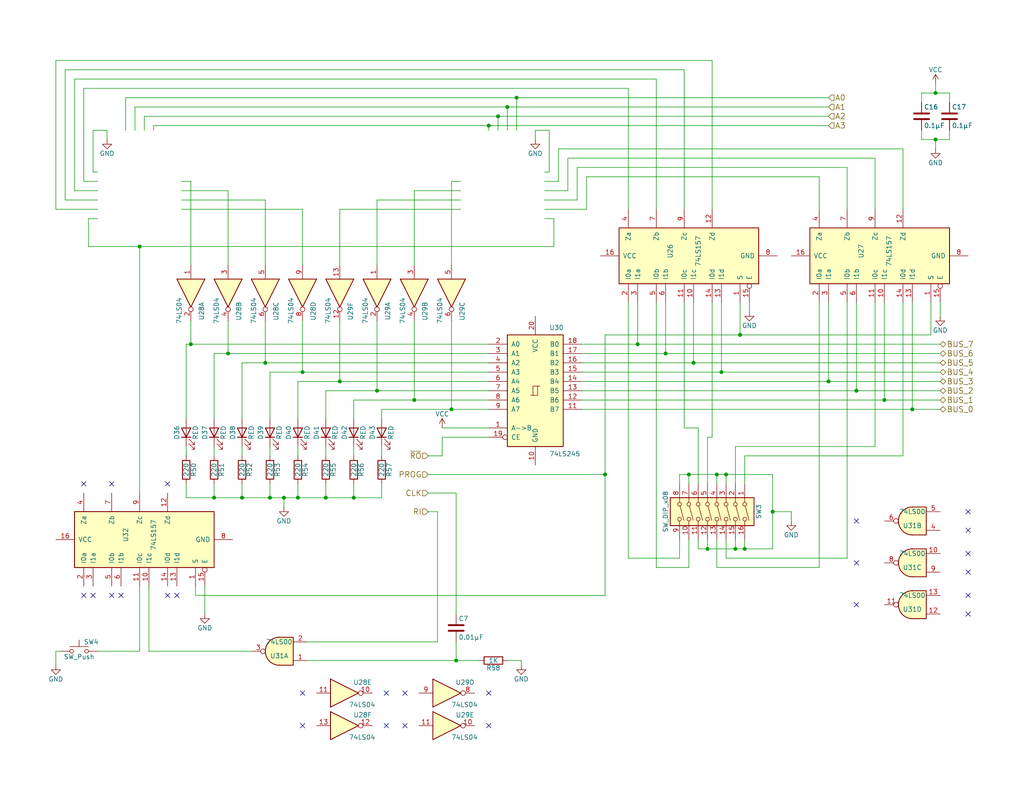
<source format=kicad_sch>
(kicad_sch (version 20211123) (generator eeschema)
  (paper "USLetter")
  (lib_symbols
    (symbol "74xx:74LS00" (pin_names (offset 1.016))
      (property "Reference" "U" (at 0 1.27 0))
      (property "Value" "74LS00" (at 0 -1.27 0))
      (symbol "74LS00_1_1"
        (arc (start 0 -3.81) (mid 3.81 0) (end 0 3.81) (stroke (width 0.254)) (fill (type background)))
        (polyline (pts (xy 0 3.81) (xy -3.81 3.81) (xy -3.81 -3.81) (xy 0 -3.81)) (stroke (width 0.254)) (fill (type background)))
        (pin input line (at -7.62 2.54 0) (length 3.81) (name "~") (number "1"))
        (pin input line (at -7.62 -2.54 0) (length 3.81) (name "~") (number "2"))
        (pin output inverted (at 7.62 0 180) (length 3.81) (name "~") (number "3"))
      )
      (symbol "74LS00_1_2"
        (arc (start -3.81 -3.81) (mid -2.589 0) (end -3.81 3.81) (stroke (width 0.254)))
        (arc (start -0.6096 -3.81) (mid 2.1842 -2.5851) (end 3.81 0) (stroke (width 0.254)) (fill (type background)))
        (polyline (pts (xy -3.81 -3.81) (xy -0.635 -3.81)) (stroke (width 0.254)) (fill (type background)))
        (polyline (pts (xy -3.81 3.81) (xy -0.635 3.81)) (stroke (width 0.254)) (fill (type background)))
        (polyline (pts (xy -0.635 3.81) (xy -3.81 3.81) (xy -3.81 3.81) (xy -3.556 3.4036) (xy -3.0226 2.2606) (xy -2.6924 1.0414) (xy -2.6162 -0.254) (xy -2.7686 -1.4986) (xy -3.175 -2.7178) (xy -3.81 -3.81) (xy -3.81 -3.81) (xy -0.635 -3.81)) (stroke (width -25.4)) (fill (type background)))
        (arc (start 3.81 0) (mid 2.1915 2.5936) (end -0.6096 3.81) (stroke (width 0.254)) (fill (type background)))
        (pin input inverted (at -7.62 2.54 0) (length 4.318) (name "~") (number "1"))
        (pin input inverted (at -7.62 -2.54 0) (length 4.318) (name "~") (number "2"))
        (pin output line (at 7.62 0 180) (length 3.81) (name "~") (number "3"))
      )
      (symbol "74LS00_2_1"
        (arc (start 0 -3.81) (mid 3.81 0) (end 0 3.81) (stroke (width 0.254)) (fill (type background)))
        (polyline (pts (xy 0 3.81) (xy -3.81 3.81) (xy -3.81 -3.81) (xy 0 -3.81)) (stroke (width 0.254)) (fill (type background)))
        (pin input line (at -7.62 2.54 0) (length 3.81) (name "~") (number "4"))
        (pin input line (at -7.62 -2.54 0) (length 3.81) (name "~") (number "5"))
        (pin output inverted (at 7.62 0 180) (length 3.81) (name "~") (number "6"))
      )
      (symbol "74LS00_2_2"
        (arc (start -3.81 -3.81) (mid -2.589 0) (end -3.81 3.81) (stroke (width 0.254)))
        (arc (start -0.6096 -3.81) (mid 2.1842 -2.5851) (end 3.81 0) (stroke (width 0.254)) (fill (type background)))
        (polyline (pts (xy -3.81 -3.81) (xy -0.635 -3.81)) (stroke (width 0.254)) (fill (type background)))
        (polyline (pts (xy -3.81 3.81) (xy -0.635 3.81)) (stroke (width 0.254)) (fill (type background)))
        (polyline (pts (xy -0.635 3.81) (xy -3.81 3.81) (xy -3.81 3.81) (xy -3.556 3.4036) (xy -3.0226 2.2606) (xy -2.6924 1.0414) (xy -2.6162 -0.254) (xy -2.7686 -1.4986) (xy -3.175 -2.7178) (xy -3.81 -3.81) (xy -3.81 -3.81) (xy -0.635 -3.81)) (stroke (width -25.4)) (fill (type background)))
        (arc (start 3.81 0) (mid 2.1915 2.5936) (end -0.6096 3.81) (stroke (width 0.254)) (fill (type background)))
        (pin input inverted (at -7.62 2.54 0) (length 4.318) (name "~") (number "4"))
        (pin input inverted (at -7.62 -2.54 0) (length 4.318) (name "~") (number "5"))
        (pin output line (at 7.62 0 180) (length 3.81) (name "~") (number "6"))
      )
      (symbol "74LS00_3_1"
        (arc (start 0 -3.81) (mid 3.81 0) (end 0 3.81) (stroke (width 0.254)) (fill (type background)))
        (polyline (pts (xy 0 3.81) (xy -3.81 3.81) (xy -3.81 -3.81) (xy 0 -3.81)) (stroke (width 0.254)) (fill (type background)))
        (pin input line (at -7.62 -2.54 0) (length 3.81) (name "~") (number "10"))
        (pin output inverted (at 7.62 0 180) (length 3.81) (name "~") (number "8"))
        (pin input line (at -7.62 2.54 0) (length 3.81) (name "~") (number "9"))
      )
      (symbol "74LS00_3_2"
        (arc (start -3.81 -3.81) (mid -2.589 0) (end -3.81 3.81) (stroke (width 0.254)))
        (arc (start -0.6096 -3.81) (mid 2.1842 -2.5851) (end 3.81 0) (stroke (width 0.254)) (fill (type background)))
        (polyline (pts (xy -3.81 -3.81) (xy -0.635 -3.81)) (stroke (width 0.254)) (fill (type background)))
        (polyline (pts (xy -3.81 3.81) (xy -0.635 3.81)) (stroke (width 0.254)) (fill (type background)))
        (polyline (pts (xy -0.635 3.81) (xy -3.81 3.81) (xy -3.81 3.81) (xy -3.556 3.4036) (xy -3.0226 2.2606) (xy -2.6924 1.0414) (xy -2.6162 -0.254) (xy -2.7686 -1.4986) (xy -3.175 -2.7178) (xy -3.81 -3.81) (xy -3.81 -3.81) (xy -0.635 -3.81)) (stroke (width -25.4)) (fill (type background)))
        (arc (start 3.81 0) (mid 2.1915 2.5936) (end -0.6096 3.81) (stroke (width 0.254)) (fill (type background)))
        (pin input inverted (at -7.62 -2.54 0) (length 4.318) (name "~") (number "10"))
        (pin output line (at 7.62 0 180) (length 3.81) (name "~") (number "8"))
        (pin input inverted (at -7.62 2.54 0) (length 4.318) (name "~") (number "9"))
      )
      (symbol "74LS00_4_1"
        (arc (start 0 -3.81) (mid 3.81 0) (end 0 3.81) (stroke (width 0.254)) (fill (type background)))
        (polyline (pts (xy 0 3.81) (xy -3.81 3.81) (xy -3.81 -3.81) (xy 0 -3.81)) (stroke (width 0.254)) (fill (type background)))
        (pin output inverted (at 7.62 0 180) (length 3.81) (name "~") (number "11"))
        (pin input line (at -7.62 2.54 0) (length 3.81) (name "~") (number "12"))
        (pin input line (at -7.62 -2.54 0) (length 3.81) (name "~") (number "13"))
      )
      (symbol "74LS00_4_2"
        (arc (start -3.81 -3.81) (mid -2.589 0) (end -3.81 3.81) (stroke (width 0.254)))
        (arc (start -0.6096 -3.81) (mid 2.1842 -2.5851) (end 3.81 0) (stroke (width 0.254)) (fill (type background)))
        (polyline (pts (xy -3.81 -3.81) (xy -0.635 -3.81)) (stroke (width 0.254)) (fill (type background)))
        (polyline (pts (xy -3.81 3.81) (xy -0.635 3.81)) (stroke (width 0.254)) (fill (type background)))
        (polyline (pts (xy -0.635 3.81) (xy -3.81 3.81) (xy -3.81 3.81) (xy -3.556 3.4036) (xy -3.0226 2.2606) (xy -2.6924 1.0414) (xy -2.6162 -0.254) (xy -2.7686 -1.4986) (xy -3.175 -2.7178) (xy -3.81 -3.81) (xy -3.81 -3.81) (xy -0.635 -3.81)) (stroke (width -25.4)) (fill (type background)))
        (arc (start 3.81 0) (mid 2.1915 2.5936) (end -0.6096 3.81) (stroke (width 0.254)) (fill (type background)))
        (pin output line (at 7.62 0 180) (length 3.81) (name "~") (number "11"))
        (pin input inverted (at -7.62 2.54 0) (length 4.318) (name "~") (number "12"))
        (pin input inverted (at -7.62 -2.54 0) (length 4.318) (name "~") (number "13"))
      )
      (symbol "74LS00_5_0"
        (pin power_in line (at 0 12.7 270) (length 5.08) (name "VCC") (number "14"))
        (pin power_in line (at 0 -12.7 90) (length 5.08) (name "GND") (number "7"))
      )
      (symbol "74LS00_5_1"
        (rectangle (start -5.08 7.62) (end 5.08 -7.62) (stroke (width 0.254)) (fill (type background)))
      )
    )
    (symbol "74xx:74LS04"
      (property "Reference" "U" (at 0 1.27 0))
      (property "Value" "74LS04" (at 0 -1.27 0))
      (symbol "74LS04_1_0"
        (polyline (pts (xy -3.81 3.81) (xy -3.81 -3.81) (xy 3.81 0) (xy -3.81 3.81)) (stroke (width 0.254)) (fill (type background)))
        (pin input line (at -7.62 0 0) (length 3.81) (name "~") (number "1"))
        (pin output inverted (at 7.62 0 180) (length 3.81) (name "~") (number "2"))
      )
      (symbol "74LS04_2_0"
        (polyline (pts (xy -3.81 3.81) (xy -3.81 -3.81) (xy 3.81 0) (xy -3.81 3.81)) (stroke (width 0.254)) (fill (type background)))
        (pin input line (at -7.62 0 0) (length 3.81) (name "~") (number "3"))
        (pin output inverted (at 7.62 0 180) (length 3.81) (name "~") (number "4"))
      )
      (symbol "74LS04_3_0"
        (polyline (pts (xy -3.81 3.81) (xy -3.81 -3.81) (xy 3.81 0) (xy -3.81 3.81)) (stroke (width 0.254)) (fill (type background)))
        (pin input line (at -7.62 0 0) (length 3.81) (name "~") (number "5"))
        (pin output inverted (at 7.62 0 180) (length 3.81) (name "~") (number "6"))
      )
      (symbol "74LS04_4_0"
        (polyline (pts (xy -3.81 3.81) (xy -3.81 -3.81) (xy 3.81 0) (xy -3.81 3.81)) (stroke (width 0.254)) (fill (type background)))
        (pin output inverted (at 7.62 0 180) (length 3.81) (name "~") (number "8"))
        (pin input line (at -7.62 0 0) (length 3.81) (name "~") (number "9"))
      )
      (symbol "74LS04_5_0"
        (polyline (pts (xy -3.81 3.81) (xy -3.81 -3.81) (xy 3.81 0) (xy -3.81 3.81)) (stroke (width 0.254)) (fill (type background)))
        (pin output inverted (at 7.62 0 180) (length 3.81) (name "~") (number "10"))
        (pin input line (at -7.62 0 0) (length 3.81) (name "~") (number "11"))
      )
      (symbol "74LS04_6_0"
        (polyline (pts (xy -3.81 3.81) (xy -3.81 -3.81) (xy 3.81 0) (xy -3.81 3.81)) (stroke (width 0.254)) (fill (type background)))
        (pin output inverted (at 7.62 0 180) (length 3.81) (name "~") (number "12"))
        (pin input line (at -7.62 0 0) (length 3.81) (name "~") (number "13"))
      )
      (symbol "74LS04_7_0"
        (pin power_in line (at 0 12.7 270) (length 5.08) (name "VCC") (number "14"))
        (pin power_in line (at 0 -12.7 90) (length 5.08) (name "GND") (number "7"))
      )
      (symbol "74LS04_7_1"
        (rectangle (start -5.08 7.62) (end 5.08 -7.62) (stroke (width 0.254)) (fill (type background)))
      )
    )
    (symbol "74xx:74LS157" (pin_names (offset 1.016))
      (property "Reference" "U" (at -7.62 19.05 0))
      (property "Value" "74LS157" (at -7.62 -21.59 0))
      (symbol "74LS157_1_0"
        (pin input line (at -12.7 -15.24 0) (length 5.08) (name "S") (number "1"))
        (pin input line (at -12.7 -2.54 0) (length 5.08) (name "I1c") (number "10"))
        (pin input line (at -12.7 0 0) (length 5.08) (name "I0c") (number "11"))
        (pin output line (at 12.7 -7.62 180) (length 5.08) (name "Zd") (number "12"))
        (pin input line (at -12.7 -10.16 0) (length 5.08) (name "I1d") (number "13"))
        (pin input line (at -12.7 -7.62 0) (length 5.08) (name "I0d") (number "14"))
        (pin input inverted (at -12.7 -17.78 0) (length 5.08) (name "E") (number "15"))
        (pin power_in line (at 0 22.86 270) (length 5.08) (name "VCC") (number "16"))
        (pin input line (at -12.7 15.24 0) (length 5.08) (name "I0a") (number "2"))
        (pin input line (at -12.7 12.7 0) (length 5.08) (name "I1a") (number "3"))
        (pin output line (at 12.7 15.24 180) (length 5.08) (name "Za") (number "4"))
        (pin input line (at -12.7 7.62 0) (length 5.08) (name "I0b") (number "5"))
        (pin input line (at -12.7 5.08 0) (length 5.08) (name "I1b") (number "6"))
        (pin output line (at 12.7 7.62 180) (length 5.08) (name "Zb") (number "7"))
        (pin power_in line (at 0 -25.4 90) (length 5.08) (name "GND") (number "8"))
        (pin output line (at 12.7 0 180) (length 5.08) (name "Zc") (number "9"))
      )
      (symbol "74LS157_1_1"
        (rectangle (start -7.62 17.78) (end 7.62 -20.32) (stroke (width 0.254)) (fill (type background)))
      )
    )
    (symbol "74xx:74LS245" (pin_names (offset 1.016))
      (property "Reference" "U" (at -7.62 16.51 0))
      (property "Value" "74LS245" (at -7.62 -16.51 0))
      (symbol "74LS245_1_0"
        (polyline (pts (xy -0.635 -1.27) (xy -0.635 1.27) (xy 0.635 1.27)))
        (polyline (pts (xy -1.27 -1.27) (xy 0.635 -1.27) (xy 0.635 1.27) (xy 1.27 1.27)))
        (pin input line (at -12.7 -10.16 0) (length 5.08) (name "A->B") (number "1"))
        (pin power_in line (at 0 -20.32 90) (length 5.08) (name "GND") (number "10"))
        (pin tri_state line (at 12.7 -5.08 180) (length 5.08) (name "B7") (number "11"))
        (pin tri_state line (at 12.7 -2.54 180) (length 5.08) (name "B6") (number "12"))
        (pin tri_state line (at 12.7 0 180) (length 5.08) (name "B5") (number "13"))
        (pin tri_state line (at 12.7 2.54 180) (length 5.08) (name "B4") (number "14"))
        (pin tri_state line (at 12.7 5.08 180) (length 5.08) (name "B3") (number "15"))
        (pin tri_state line (at 12.7 7.62 180) (length 5.08) (name "B2") (number "16"))
        (pin tri_state line (at 12.7 10.16 180) (length 5.08) (name "B1") (number "17"))
        (pin tri_state line (at 12.7 12.7 180) (length 5.08) (name "B0") (number "18"))
        (pin input inverted (at -12.7 -12.7 0) (length 5.08) (name "CE") (number "19"))
        (pin tri_state line (at -12.7 12.7 0) (length 5.08) (name "A0") (number "2"))
        (pin power_in line (at 0 20.32 270) (length 5.08) (name "VCC") (number "20"))
        (pin tri_state line (at -12.7 10.16 0) (length 5.08) (name "A1") (number "3"))
        (pin tri_state line (at -12.7 7.62 0) (length 5.08) (name "A2") (number "4"))
        (pin tri_state line (at -12.7 5.08 0) (length 5.08) (name "A3") (number "5"))
        (pin tri_state line (at -12.7 2.54 0) (length 5.08) (name "A4") (number "6"))
        (pin tri_state line (at -12.7 0 0) (length 5.08) (name "A5") (number "7"))
        (pin tri_state line (at -12.7 -2.54 0) (length 5.08) (name "A6") (number "8"))
        (pin tri_state line (at -12.7 -5.08 0) (length 5.08) (name "A7") (number "9"))
      )
      (symbol "74LS245_1_1"
        (rectangle (start -7.62 15.24) (end 7.62 -15.24) (stroke (width 0.254)) (fill (type background)))
      )
    )
    (symbol "Device:C" (pin_numbers hide) (pin_names (offset 0.254))
      (property "Reference" "C" (at 0.635 2.54 0))
      (property "Value" "C" (at 0.635 -2.54 0))
      (symbol "C_0_1"
        (polyline (pts (xy -2.032 -0.762) (xy 2.032 -0.762)) (stroke (width 0.508)))
        (polyline (pts (xy -2.032 0.762) (xy 2.032 0.762)) (stroke (width 0.508)))
      )
      (symbol "C_1_1"
        (pin passive line (at 0 3.81 270) (length 2.794) (name "~") (number "1"))
        (pin passive line (at 0 -3.81 90) (length 2.794) (name "~") (number "2"))
      )
    )
    (symbol "Device:LED" (pin_numbers hide) (pin_names (offset 1.016) hide)
      (property "Reference" "D" (at 0 2.54 0))
      (property "Value" "LED" (at 0 -2.54 0))
      (symbol "LED_0_1"
        (polyline (pts (xy -1.27 -1.27) (xy -1.27 1.27)) (stroke (width 0.254)))
        (polyline (pts (xy -1.27 0) (xy 1.27 0)))
        (polyline (pts (xy 1.27 -1.27) (xy 1.27 1.27) (xy -1.27 0) (xy 1.27 -1.27)) (stroke (width 0.254)))
        (polyline (pts (xy -3.048 -0.762) (xy -4.572 -2.286) (xy -3.81 -2.286) (xy -4.572 -2.286) (xy -4.572 -1.524)))
        (polyline (pts (xy -1.778 -0.762) (xy -3.302 -2.286) (xy -2.54 -2.286) (xy -3.302 -2.286) (xy -3.302 -1.524)))
      )
      (symbol "LED_1_1"
        (pin passive line (at -3.81 0 0) (length 2.54) (name "K") (number "1"))
        (pin passive line (at 3.81 0 180) (length 2.54) (name "A") (number "2"))
      )
    )
    (symbol "Device:R" (pin_numbers hide) (pin_names (offset 0))
      (property "Reference" "R" (at 2.032 0 90))
      (property "Value" "R" (at 0 0 90))
      (symbol "R_0_1"
        (rectangle (start -1.016 -2.54) (end 1.016 2.54) (stroke (width 0.254)))
      )
      (symbol "R_1_1"
        (pin passive line (at 0 3.81 270) (length 1.27) (name "~") (number "1"))
        (pin passive line (at 0 -3.81 90) (length 1.27) (name "~") (number "2"))
      )
    )
    (symbol "Switch:SW_DIP_x08" (pin_names (offset 0) hide)
      (property "Reference" "SW" (at 0 13.97 0))
      (property "Value" "SW_DIP_x08" (at 0 -11.43 0))
      (symbol "SW_DIP_x08_0_0"
        (circle (center -2.032 -7.62) (radius 0.508))
        (circle (center -2.032 -5.08) (radius 0.508))
        (circle (center -2.032 -2.54) (radius 0.508))
        (circle (center -2.032 0) (radius 0.508))
        (circle (center -2.032 2.54) (radius 0.508))
        (circle (center -2.032 5.08) (radius 0.508))
        (circle (center -2.032 7.62) (radius 0.508))
        (circle (center -2.032 10.16) (radius 0.508))
        (polyline (pts (xy -1.524 -7.4676) (xy 2.3622 -6.4262)))
        (polyline (pts (xy -1.524 -4.9276) (xy 2.3622 -3.8862)))
        (polyline (pts (xy -1.524 -2.3876) (xy 2.3622 -1.3462)))
        (polyline (pts (xy -1.524 0.127) (xy 2.3622 1.1684)))
        (polyline (pts (xy -1.524 2.667) (xy 2.3622 3.7084)))
        (polyline (pts (xy -1.524 5.207) (xy 2.3622 6.2484)))
        (polyline (pts (xy -1.524 7.747) (xy 2.3622 8.7884)))
        (polyline (pts (xy -1.524 10.287) (xy 2.3622 11.3284)))
        (circle (center 2.032 -7.62) (radius 0.508))
        (circle (center 2.032 -5.08) (radius 0.508))
        (circle (center 2.032 -2.54) (radius 0.508))
        (circle (center 2.032 0) (radius 0.508))
        (circle (center 2.032 2.54) (radius 0.508))
        (circle (center 2.032 5.08) (radius 0.508))
        (circle (center 2.032 7.62) (radius 0.508))
        (circle (center 2.032 10.16) (radius 0.508))
      )
      (symbol "SW_DIP_x08_0_1"
        (rectangle (start -3.81 12.7) (end 3.81 -10.16) (stroke (width 0.254)) (fill (type background)))
      )
      (symbol "SW_DIP_x08_1_1"
        (pin passive line (at -7.62 10.16 0) (length 5.08) (name "~") (number "1"))
        (pin passive line (at 7.62 -5.08 180) (length 5.08) (name "~") (number "10"))
        (pin passive line (at 7.62 -2.54 180) (length 5.08) (name "~") (number "11"))
        (pin passive line (at 7.62 0 180) (length 5.08) (name "~") (number "12"))
        (pin passive line (at 7.62 2.54 180) (length 5.08) (name "~") (number "13"))
        (pin passive line (at 7.62 5.08 180) (length 5.08) (name "~") (number "14"))
        (pin passive line (at 7.62 7.62 180) (length 5.08) (name "~") (number "15"))
        (pin passive line (at 7.62 10.16 180) (length 5.08) (name "~") (number "16"))
        (pin passive line (at -7.62 7.62 0) (length 5.08) (name "~") (number "2"))
        (pin passive line (at -7.62 5.08 0) (length 5.08) (name "~") (number "3"))
        (pin passive line (at -7.62 2.54 0) (length 5.08) (name "~") (number "4"))
        (pin passive line (at -7.62 0 0) (length 5.08) (name "~") (number "5"))
        (pin passive line (at -7.62 -2.54 0) (length 5.08) (name "~") (number "6"))
        (pin passive line (at -7.62 -5.08 0) (length 5.08) (name "~") (number "7"))
        (pin passive line (at -7.62 -7.62 0) (length 5.08) (name "~") (number "8"))
        (pin passive line (at 7.62 -7.62 180) (length 5.08) (name "~") (number "9"))
      )
    )
    (symbol "Switch:SW_Push" (pin_numbers hide) (pin_names (offset 1.016) hide)
      (property "Reference" "SW" (at 1.27 2.54 0))
      (property "Value" "SW_Push" (at 0 -1.524 0))
      (symbol "SW_Push_0_1"
        (circle (center -2.032 0) (radius 0.508))
        (polyline (pts (xy 0 1.27) (xy 0 3.048)))
        (polyline (pts (xy 2.54 1.27) (xy -2.54 1.27)))
        (circle (center 2.032 0) (radius 0.508))
        (pin passive line (at -5.08 0 0) (length 2.54) (name "1") (number "1"))
        (pin passive line (at 5.08 0 180) (length 2.54) (name "2") (number "2"))
      )
    )
    (symbol "power:GND" (power) (pin_names (offset 0))
      (property "Value" "GND" (at 0 -3.81 0))
      (symbol "GND_0_1"
        (polyline (pts (xy 0 0) (xy 0 -1.27) (xy 1.27 -1.27) (xy 0 -2.54) (xy -1.27 -1.27) (xy 0 -1.27)))
      )
      (symbol "GND_1_1"
        (pin power_in line (at 0 0 270) (length 0) hide (name "GND") (number "1"))
      )
    )
    (symbol "power:VCC" (power) (pin_names (offset 0))
      (property "Value" "VCC" (at 0 3.81 0))
      (symbol "VCC_0_1"
        (polyline (pts (xy -0.762 1.27) (xy 0 2.54)))
        (polyline (pts (xy 0 0) (xy 0 2.54)))
        (polyline (pts (xy 0 2.54) (xy 0.762 1.27)))
      )
      (symbol "VCC_1_1"
        (pin power_in line (at 0 0 90) (length 0) hide (name "VCC") (number "1"))
      )
    )
  )
  (junction (at 200.66 149.86))
  (junction (at 72.39 99.06))
  (junction (at 203.2 149.86))
  (junction (at 140.97 26.67))
  (junction (at 210.82 139.7))
  (junction (at 181.61 96.52))
  (junction (at 123.19 111.76))
  (junction (at 198.12 129.54))
  (junction (at 88.9 135.89))
  (junction (at 38.1 67.31))
  (junction (at 66.04 135.89))
  (junction (at 248.92 111.76))
  (junction (at 241.3 109.22))
  (junction (at 58.42 135.89))
  (junction (at 226.06 104.14))
  (junction (at 255.27 25.4))
  (junction (at 173.99 93.98))
  (junction (at 77.47 135.89))
  (junction (at 113.03 109.22))
  (junction (at 201.93 91.44))
  (junction (at 52.07 93.98))
  (junction (at 96.52 135.89))
  (junction (at 233.68 106.68))
  (junction (at 124.46 180.34))
  (junction (at 189.23 99.06))
  (junction (at 133.35 34.29))
  (junction (at 92.71 104.14))
  (junction (at 196.85 101.6))
  (junction (at 102.87 106.68))
  (junction (at 195.58 129.54))
  (junction (at 193.04 149.86))
  (junction (at 187.96 129.54))
  (junction (at 81.28 135.89))
  (junction (at 138.43 29.21))
  (junction (at 255.27 38.1))
  (junction (at 73.66 135.89))
  (junction (at 135.89 31.75))
  (junction (at 165.1 129.54))
  (junction (at 62.23 96.52))
  (junction (at 82.55 101.6))
  (no_connect (at 105.41 198.12))
  (no_connect (at 233.68 153.67))
  (no_connect (at 264.16 167.64))
  (no_connect (at 110.49 189.23))
  (no_connect (at 264.16 156.21))
  (no_connect (at 133.35 198.12))
  (no_connect (at 133.35 189.23))
  (no_connect (at 82.55 189.23))
  (no_connect (at 264.16 139.7))
  (no_connect (at 264.16 144.78))
  (no_connect (at 264.16 151.13))
  (no_connect (at 110.49 198.12))
  (no_connect (at 45.72 132.08))
  (no_connect (at 30.48 132.08))
  (no_connect (at 22.86 132.08))
  (no_connect (at 22.86 162.56))
  (no_connect (at 25.4 162.56))
  (no_connect (at 30.48 162.56))
  (no_connect (at 33.02 162.56))
  (no_connect (at 45.72 162.56))
  (no_connect (at 48.26 162.56))
  (no_connect (at 105.41 189.23))
  (no_connect (at 233.68 142.24))
  (no_connect (at 233.68 165.1))
  (no_connect (at 82.55 198.12))
  (no_connect (at 264.16 162.56))
  (wire (pts (xy 158.75 96.52) (xy 181.61 96.52)))
  (wire (pts (xy 113.03 52.07) (xy 113.03 72.39)))
  (wire (pts (xy 52.07 49.53) (xy 52.07 72.39)))
  (wire (pts (xy 255.27 38.1) (xy 259.08 38.1)))
  (wire (pts (xy 251.46 25.4) (xy 251.46 27.94)))
  (wire (pts (xy 248.92 82.55) (xy 248.92 111.76)))
  (wire (pts (xy 92.71 87.63) (xy 92.71 104.14)))
  (wire (pts (xy 190.5 132.08) (xy 190.5 116.84)))
  (wire (pts (xy 116.84 139.7) (xy 119.38 139.7)))
  (wire (pts (xy 138.43 29.21) (xy 138.43 35.56)))
  (wire (pts (xy 104.14 135.89) (xy 104.14 132.08)))
  (wire (pts (xy 187.96 154.94) (xy 179.07 154.94)))
  (wire (pts (xy 179.07 21.59) (xy 179.07 57.15)))
  (wire (pts (xy 96.52 132.08) (xy 96.52 135.89)))
  (wire (pts (xy 58.42 135.89) (xy 66.04 135.89)))
  (wire (pts (xy 17.78 19.05) (xy 186.69 19.05)))
  (wire (pts (xy 165.1 162.56) (xy 53.34 162.56)))
  (wire (pts (xy 151.13 67.31) (xy 38.1 67.31)))
  (wire (pts (xy 66.04 132.08) (xy 66.04 135.89)))
  (wire (pts (xy 50.8 132.08) (xy 50.8 135.89)))
  (wire (pts (xy 148.59 52.07) (xy 154.94 52.07)))
  (wire (pts (xy 72.39 54.61) (xy 72.39 72.39)))
  (wire (pts (xy 92.71 104.14) (xy 133.35 104.14)))
  (wire (pts (xy 255.27 22.86) (xy 255.27 25.4)))
  (wire (pts (xy 49.53 54.61) (xy 72.39 54.61)))
  (wire (pts (xy 92.71 57.15) (xy 125.73 57.15)))
  (wire (pts (xy 113.03 109.22) (xy 133.35 109.22)))
  (wire (pts (xy 120.65 119.38) (xy 133.35 119.38)))
  (wire (pts (xy 149.86 35.56) (xy 149.86 46.99)))
  (wire (pts (xy 81.28 132.08) (xy 81.28 135.89)))
  (wire (pts (xy 88.9 106.68) (xy 102.87 106.68)))
  (wire (pts (xy 148.59 59.69) (xy 151.13 59.69)))
  (wire (pts (xy 187.96 129.54) (xy 195.58 129.54)))
  (wire (pts (xy 251.46 38.1) (xy 255.27 38.1)))
  (wire (pts (xy 119.38 139.7) (xy 119.38 175.26)))
  (wire (pts (xy 194.31 82.55) (xy 194.31 119.38)))
  (wire (pts (xy 62.23 52.07) (xy 62.23 72.39)))
  (wire (pts (xy 171.45 24.13) (xy 171.45 57.15)))
  (wire (pts (xy 152.4 40.64) (xy 246.38 40.64)))
  (wire (pts (xy 17.78 19.05) (xy 17.78 54.61)))
  (wire (pts (xy 123.19 111.76) (xy 133.35 111.76)))
  (wire (pts (xy 40.64 177.8) (xy 68.58 177.8)))
  (wire (pts (xy 62.23 87.63) (xy 62.23 96.52)))
  (wire (pts (xy 96.52 109.22) (xy 96.52 114.3)))
  (wire (pts (xy 88.9 106.68) (xy 88.9 114.3)))
  (wire (pts (xy 116.84 134.62) (xy 124.46 134.62)))
  (wire (pts (xy 171.45 152.4) (xy 185.42 152.4)))
  (wire (pts (xy 92.71 57.15) (xy 92.71 72.39)))
  (wire (pts (xy 25.4 35.56) (xy 29.21 35.56)))
  (wire (pts (xy 36.83 29.21) (xy 138.43 29.21)))
  (wire (pts (xy 173.99 93.98) (xy 256.54 93.98)))
  (wire (pts (xy 181.61 96.52) (xy 256.54 96.52)))
  (wire (pts (xy 165.1 91.44) (xy 201.93 91.44)))
  (wire (pts (xy 210.82 149.86) (xy 203.2 149.86)))
  (wire (pts (xy 77.47 135.89) (xy 81.28 135.89)))
  (wire (pts (xy 241.3 82.55) (xy 241.3 109.22)))
  (wire (pts (xy 58.42 121.92) (xy 58.42 124.46)))
  (wire (pts (xy 246.38 40.64) (xy 246.38 57.15)))
  (wire (pts (xy 26.67 46.99) (xy 25.4 46.99)))
  (wire (pts (xy 186.69 82.55) (xy 186.69 116.84)))
  (wire (pts (xy 195.58 129.54) (xy 198.12 129.54)))
  (wire (pts (xy 181.61 82.55) (xy 181.61 96.52)))
  (wire (pts (xy 179.07 21.59) (xy 20.32 21.59)))
  (wire (pts (xy 210.82 139.7) (xy 210.82 149.86)))
  (wire (pts (xy 96.52 121.92) (xy 96.52 124.46)))
  (wire (pts (xy 248.92 111.76) (xy 256.54 111.76)))
  (wire (pts (xy 40.64 160.02) (xy 40.64 177.8)))
  (wire (pts (xy 231.14 82.55) (xy 231.14 152.4)))
  (wire (pts (xy 73.66 101.6) (xy 73.66 114.3)))
  (wire (pts (xy 193.04 149.86) (xy 190.5 149.86)))
  (wire (pts (xy 50.8 93.98) (xy 52.07 93.98)))
  (wire (pts (xy 20.32 21.59) (xy 20.32 52.07)))
  (wire (pts (xy 102.87 106.68) (xy 133.35 106.68)))
  (wire (pts (xy 104.14 111.76) (xy 104.14 114.3)))
  (wire (pts (xy 142.24 180.34) (xy 142.24 181.61)))
  (wire (pts (xy 17.78 54.61) (xy 26.67 54.61)))
  (wire (pts (xy 198.12 147.32) (xy 198.12 152.4)))
  (wire (pts (xy 140.97 26.67) (xy 226.06 26.67)))
  (wire (pts (xy 24.13 59.69) (xy 26.67 59.69)))
  (wire (pts (xy 66.04 135.89) (xy 73.66 135.89)))
  (wire (pts (xy 88.9 135.89) (xy 96.52 135.89)))
  (wire (pts (xy 58.42 96.52) (xy 58.42 114.3)))
  (wire (pts (xy 201.93 91.44) (xy 254 91.44)))
  (wire (pts (xy 133.35 34.29) (xy 226.06 34.29)))
  (wire (pts (xy 55.88 160.02) (xy 55.88 167.64)))
  (wire (pts (xy 193.04 119.38) (xy 194.31 119.38)))
  (wire (pts (xy 158.75 93.98) (xy 173.99 93.98)))
  (wire (pts (xy 187.96 132.08) (xy 187.96 129.54)))
  (wire (pts (xy 149.86 46.99) (xy 148.59 46.99)))
  (wire (pts (xy 39.37 35.56) (xy 39.37 31.75)))
  (wire (pts (xy 83.82 180.34) (xy 124.46 180.34)))
  (wire (pts (xy 116.84 124.46) (xy 120.65 124.46)))
  (wire (pts (xy 201.93 82.55) (xy 201.93 91.44)))
  (wire (pts (xy 124.46 134.62) (xy 124.46 167.64)))
  (wire (pts (xy 62.23 96.52) (xy 133.35 96.52)))
  (wire (pts (xy 124.46 180.34) (xy 124.46 175.26)))
  (wire (pts (xy 256.54 82.55) (xy 256.54 86.36)))
  (wire (pts (xy 49.53 52.07) (xy 62.23 52.07)))
  (wire (pts (xy 113.03 87.63) (xy 113.03 109.22)))
  (wire (pts (xy 223.52 82.55) (xy 223.52 154.94)))
  (wire (pts (xy 215.9 139.7) (xy 215.9 142.24)))
  (wire (pts (xy 223.52 48.26) (xy 160.02 48.26)))
  (wire (pts (xy 195.58 154.94) (xy 223.52 154.94)))
  (wire (pts (xy 34.29 26.67) (xy 34.29 35.56)))
  (wire (pts (xy 246.38 124.46) (xy 203.2 124.46)))
  (wire (pts (xy 73.66 132.08) (xy 73.66 135.89)))
  (wire (pts (xy 198.12 132.08) (xy 198.12 129.54)))
  (wire (pts (xy 231.14 45.72) (xy 231.14 57.15)))
  (wire (pts (xy 203.2 124.46) (xy 203.2 132.08)))
  (wire (pts (xy 189.23 82.55) (xy 189.23 99.06)))
  (wire (pts (xy 38.1 67.31) (xy 38.1 134.62)))
  (wire (pts (xy 102.87 54.61) (xy 125.73 54.61)))
  (wire (pts (xy 15.24 16.51) (xy 15.24 57.15)))
  (wire (pts (xy 77.47 138.43) (xy 77.47 135.89)))
  (wire (pts (xy 123.19 87.63) (xy 123.19 111.76)))
  (wire (pts (xy 113.03 52.07) (xy 125.73 52.07)))
  (wire (pts (xy 53.34 162.56) (xy 53.34 160.02)))
  (wire (pts (xy 120.65 116.84) (xy 133.35 116.84)))
  (wire (pts (xy 158.75 106.68) (xy 233.68 106.68)))
  (wire (pts (xy 38.1 177.8) (xy 38.1 160.02)))
  (wire (pts (xy 194.31 16.51) (xy 194.31 57.15)))
  (wire (pts (xy 179.07 82.55) (xy 179.07 154.94)))
  (wire (pts (xy 73.66 135.89) (xy 77.47 135.89)))
  (wire (pts (xy 24.13 67.31) (xy 24.13 59.69)))
  (wire (pts (xy 200.66 149.86) (xy 193.04 149.86)))
  (wire (pts (xy 193.04 147.32) (xy 193.04 149.86)))
  (wire (pts (xy 15.24 16.51) (xy 194.31 16.51)))
  (wire (pts (xy 15.24 57.15) (xy 26.67 57.15)))
  (wire (pts (xy 73.66 121.92) (xy 73.66 124.46)))
  (wire (pts (xy 135.89 31.75) (xy 226.06 31.75)))
  (wire (pts (xy 52.07 93.98) (xy 133.35 93.98)))
  (wire (pts (xy 185.42 132.08) (xy 185.42 129.54)))
  (wire (pts (xy 255.27 25.4) (xy 259.08 25.4)))
  (wire (pts (xy 138.43 180.34) (xy 142.24 180.34)))
  (wire (pts (xy 135.89 31.75) (xy 135.89 35.56)))
  (wire (pts (xy 226.06 104.14) (xy 256.54 104.14)))
  (wire (pts (xy 15.24 177.8) (xy 15.24 181.61)))
  (wire (pts (xy 73.66 101.6) (xy 82.55 101.6)))
  (wire (pts (xy 196.85 101.6) (xy 256.54 101.6)))
  (wire (pts (xy 72.39 87.63) (xy 72.39 99.06)))
  (wire (pts (xy 96.52 109.22) (xy 113.03 109.22)))
  (wire (pts (xy 25.4 46.99) (xy 25.4 35.56)))
  (wire (pts (xy 36.83 35.56) (xy 36.83 29.21)))
  (wire (pts (xy 157.48 54.61) (xy 157.48 45.72)))
  (wire (pts (xy 26.67 177.8) (xy 38.1 177.8)))
  (wire (pts (xy 187.96 147.32) (xy 187.96 154.94)))
  (wire (pts (xy 165.1 91.44) (xy 165.1 129.54)))
  (wire (pts (xy 154.94 43.18) (xy 238.76 43.18)))
  (wire (pts (xy 195.58 132.08) (xy 195.58 129.54)))
  (wire (pts (xy 104.14 121.92) (xy 104.14 124.46)))
  (wire (pts (xy 160.02 48.26) (xy 160.02 57.15)))
  (wire (pts (xy 203.2 149.86) (xy 200.66 149.86)))
  (wire (pts (xy 238.76 43.18) (xy 238.76 57.15)))
  (wire (pts (xy 259.08 38.1) (xy 259.08 35.56)))
  (wire (pts (xy 125.73 49.53) (xy 123.19 49.53)))
  (wire (pts (xy 146.05 35.56) (xy 149.86 35.56)))
  (wire (pts (xy 88.9 132.08) (xy 88.9 135.89)))
  (wire (pts (xy 185.42 152.4) (xy 185.42 147.32)))
  (wire (pts (xy 158.75 101.6) (xy 196.85 101.6)))
  (wire (pts (xy 158.75 111.76) (xy 248.92 111.76)))
  (wire (pts (xy 186.69 19.05) (xy 186.69 57.15)))
  (wire (pts (xy 173.99 82.55) (xy 173.99 93.98)))
  (wire (pts (xy 116.84 129.54) (xy 165.1 129.54)))
  (wire (pts (xy 138.43 29.21) (xy 226.06 29.21)))
  (wire (pts (xy 158.75 99.06) (xy 189.23 99.06)))
  (wire (pts (xy 22.86 49.53) (xy 26.67 49.53)))
  (wire (pts (xy 50.8 121.92) (xy 50.8 124.46)))
  (wire (pts (xy 72.39 99.06) (xy 133.35 99.06)))
  (wire (pts (xy 124.46 180.34) (xy 130.81 180.34)))
  (wire (pts (xy 238.76 82.55) (xy 238.76 121.92)))
  (wire (pts (xy 165.1 129.54) (xy 165.1 162.56)))
  (wire (pts (xy 66.04 99.06) (xy 72.39 99.06)))
  (wire (pts (xy 204.47 82.55) (xy 204.47 85.09)))
  (wire (pts (xy 210.82 139.7) (xy 215.9 139.7)))
  (wire (pts (xy 195.58 147.32) (xy 195.58 154.94)))
  (wire (pts (xy 151.13 59.69) (xy 151.13 67.31)))
  (wire (pts (xy 58.42 96.52) (xy 62.23 96.52)))
  (wire (pts (xy 22.86 24.13) (xy 22.86 49.53)))
  (wire (pts (xy 190.5 116.84) (xy 186.69 116.84)))
  (wire (pts (xy 200.66 121.92) (xy 200.66 132.08)))
  (wire (pts (xy 39.37 31.75) (xy 135.89 31.75)))
  (wire (pts (xy 158.75 109.22) (xy 241.3 109.22)))
  (wire (pts (xy 148.59 57.15) (xy 160.02 57.15)))
  (wire (pts (xy 238.76 121.92) (xy 200.66 121.92)))
  (wire (pts (xy 251.46 25.4) (xy 255.27 25.4)))
  (wire (pts (xy 158.75 104.14) (xy 226.06 104.14)))
  (wire (pts (xy 190.5 149.86) (xy 190.5 147.32)))
  (wire (pts (xy 50.8 93.98) (xy 50.8 114.3)))
  (wire (pts (xy 146.05 38.1) (xy 146.05 35.56)))
  (wire (pts (xy 185.42 129.54) (xy 187.96 129.54)))
  (wire (pts (xy 223.52 48.26) (xy 223.52 57.15)))
  (wire (pts (xy 246.38 82.55) (xy 246.38 124.46)))
  (wire (pts (xy 152.4 40.64) (xy 152.4 49.53)))
  (wire (pts (xy 259.08 25.4) (xy 259.08 27.94)))
  (wire (pts (xy 66.04 99.06) (xy 66.04 114.3)))
  (wire (pts (xy 20.32 52.07) (xy 26.67 52.07)))
  (wire (pts (xy 198.12 129.54) (xy 210.82 129.54)))
  (wire (pts (xy 58.42 132.08) (xy 58.42 135.89)))
  (wire (pts (xy 81.28 121.92) (xy 81.28 124.46)))
  (wire (pts (xy 210.82 129.54) (xy 210.82 139.7)))
  (wire (pts (xy 102.87 54.61) (xy 102.87 72.39)))
  (wire (pts (xy 82.55 101.6) (xy 133.35 101.6)))
  (wire (pts (xy 52.07 87.63) (xy 52.07 93.98)))
  (wire (pts (xy 123.19 49.53) (xy 123.19 72.39)))
  (wire (pts (xy 66.04 121.92) (xy 66.04 124.46)))
  (wire (pts (xy 29.21 35.56) (xy 29.21 38.1)))
  (wire (pts (xy 193.04 132.08) (xy 193.04 119.38)))
  (wire (pts (xy 104.14 111.76) (xy 123.19 111.76)))
  (wire (pts (xy 81.28 104.14) (xy 81.28 114.3)))
  (wire (pts (xy 154.94 52.07) (xy 154.94 43.18)))
  (wire (pts (xy 226.06 82.55) (xy 226.06 104.14)))
  (wire (pts (xy 152.4 49.53) (xy 148.59 49.53)))
  (wire (pts (xy 171.45 82.55) (xy 171.45 152.4)))
  (wire (pts (xy 96.52 135.89) (xy 104.14 135.89)))
  (wire (pts (xy 233.68 106.68) (xy 256.54 106.68)))
  (wire (pts (xy 189.23 99.06) (xy 256.54 99.06)))
  (wire (pts (xy 81.28 135.89) (xy 88.9 135.89)))
  (wire (pts (xy 120.65 124.46) (xy 120.65 119.38)))
  (wire (pts (xy 41.91 34.29) (xy 133.35 34.29)))
  (wire (pts (xy 81.28 104.14) (xy 92.71 104.14)))
  (wire (pts (xy 83.82 175.26) (xy 119.38 175.26)))
  (wire (pts (xy 241.3 109.22) (xy 256.54 109.22)))
  (wire (pts (xy 49.53 57.15) (xy 82.55 57.15)))
  (wire (pts (xy 251.46 35.56) (xy 251.46 38.1)))
  (wire (pts (xy 16.51 177.8) (xy 15.24 177.8)))
  (wire (pts (xy 50.8 135.89) (xy 58.42 135.89)))
  (wire (pts (xy 200.66 147.32) (xy 200.66 149.86)))
  (wire (pts (xy 24.13 67.31) (xy 38.1 67.31)))
  (wire (pts (xy 255.27 38.1) (xy 255.27 40.64)))
  (wire (pts (xy 198.12 152.4) (xy 231.14 152.4)))
  (wire (pts (xy 203.2 147.32) (xy 203.2 149.86)))
  (wire (pts (xy 41.91 35.56) (xy 41.91 34.29)))
  (wire (pts (xy 254 82.55) (xy 254 91.44)))
  (wire (pts (xy 196.85 82.55) (xy 196.85 101.6)))
  (wire (pts (xy 88.9 121.92) (xy 88.9 124.46)))
  (wire (pts (xy 34.29 26.67) (xy 140.97 26.67)))
  (wire (pts (xy 102.87 87.63) (xy 102.87 106.68)))
  (wire (pts (xy 49.53 49.53) (xy 52.07 49.53)))
  (wire (pts (xy 22.86 24.13) (xy 171.45 24.13)))
  (wire (pts (xy 140.97 35.56) (xy 140.97 26.67)))
  (wire (pts (xy 148.59 54.61) (xy 157.48 54.61)))
  (wire (pts (xy 82.55 57.15) (xy 82.55 72.39)))
  (wire (pts (xy 82.55 87.63) (xy 82.55 101.6)))
  (wire (pts (xy 133.35 34.29) (xy 133.35 35.56)))
  (wire (pts (xy 157.48 45.72) (xy 231.14 45.72)))
  (wire (pts (xy 233.68 82.55) (xy 233.68 106.68)))
  (hierarchical_label "A3" (shape input) (at 226.06 34.29 0) (effects (font (size 1.524 1.524))))
  (hierarchical_label "A2" (shape input) (at 226.06 31.75 0) (effects (font (size 1.524 1.524))))
  (hierarchical_label "PROG" (shape input) (at 116.84 129.54 180) (effects (font (size 1.524 1.524))))
  (hierarchical_label "A0" (shape input) (at 226.06 26.67 0) (effects (font (size 1.524 1.524))))
  (hierarchical_label "BUS_6" (shape bidirectional) (at 256.54 96.52 0) (effects (font (size 1.524 1.524))))
  (hierarchical_label "BUS_7" (shape bidirectional) (at 256.54 93.98 0) (effects (font (size 1.524 1.524))))
  (hierarchical_label "~{RO}" (shape input) (at 116.84 124.46 180) (effects (font (size 1.524 1.524))))
  (hierarchical_label "BUS_4" (shape bidirectional) (at 256.54 101.6 0) (effects (font (size 1.524 1.524))))
  (hierarchical_label "BUS_5" (shape bidirectional) (at 256.54 99.06 0) (effects (font (size 1.524 1.524))))
  (hierarchical_label "BUS_2" (shape bidirectional) (at 256.54 106.68 0) (effects (font (size 1.524 1.524))))
  (hierarchical_label "BUS_1" (shape bidirectional) (at 256.54 109.22 0) (effects (font (size 1.524 1.524))))
  (hierarchical_label "CLK" (shape input) (at 116.84 134.62 180) (effects (font (size 1.524 1.524))))
  (hierarchical_label "BUS_0" (shape bidirectional) (at 256.54 111.76 0) (effects (font (size 1.524 1.524))))
  (hierarchical_label "RI" (shape input) (at 116.84 139.7 180) (effects (font (size 1.524 1.524))))
  (hierarchical_label "BUS_3" (shape bidirectional) (at 256.54 104.14 0) (effects (font (size 1.524 1.524))))
  (hierarchical_label "A1" (shape input) (at 226.06 29.21 0) (effects (font (size 1.524 1.524))))
  (symbol (lib_id "8bit-computer-rescue:74189") (at 38.1 52.07 90) (mirror x) (unit 1)
    (property "Reference" "U24" (at 41.91 60.96 0) (effects (font (size 1.524 1.524))))
    (property "Value" "74189" (at 38.1 52.07 0) (effects (font (size 1.524 1.524))))
    (property "Footprint" "Package_DIP:DIP-16_W7.62mm" (effects hide))
  )
  (symbol (lib_id "8bit-computer-rescue:74189") (at 137.16 52.07 270) (unit 1)
    (property "Reference" "U25" (at 133.35 60.96 0) (effects (font (size 1.524 1.524))))
    (property "Value" "74189" (at 137.16 52.07 0) (effects (font (size 1.524 1.524))))
    (property "Footprint" "Package_DIP:DIP-16_W7.62mm" (effects hide))
  )
  (symbol (lib_id "74xx:74LS04") (at 52.07 80.01 270) (unit 1)
    (property "Reference" "U28" (at 54.991 84.963 0))
    (property "Value" "74LS04" (at 48.895 84.836 0))
    (property "Footprint" "Package_DIP:DIP-14_W7.62mm" (effects hide))
    (property "Datasheet" "http://www.ti.com/lit/gpn/sn74LS04" (effects hide))
  )
  (symbol (lib_id "74xx:74LS04") (at 62.23 80.01 270) (unit 2)
    (property "Reference" "U28" (at 65.151 84.963 0))
    (property "Value" "74LS04" (at 59.055 84.836 0))
    (property "Footprint" "Package_DIP:DIP-14_W7.62mm" (effects hide))
    (property "Datasheet" "http://www.ti.com/lit/gpn/sn74LS04" (effects hide))
  )
  (symbol (lib_id "74xx:74LS04") (at 72.39 80.01 270) (unit 3)
    (property "Reference" "U28" (at 75.311 84.963 0))
    (property "Value" "74LS04" (at 69.215 84.836 0))
    (property "Footprint" "Package_DIP:DIP-14_W7.62mm" (effects hide))
    (property "Datasheet" "http://www.ti.com/lit/gpn/sn74LS04" (effects hide))
  )
  (symbol (lib_id "74xx:74LS04") (at 82.55 80.01 270) (unit 4)
    (property "Reference" "U28" (at 85.471 84.963 0))
    (property "Value" "74LS04" (at 79.375 84.836 0))
    (property "Footprint" "Package_DIP:DIP-14_W7.62mm" (effects hide))
    (property "Datasheet" "http://www.ti.com/lit/gpn/sn74LS04" (effects hide))
  )
  (symbol (lib_id "74xx:74LS04") (at 123.19 80.01 270) (unit 3)
    (property "Reference" "U29" (at 126.111 84.963 0))
    (property "Value" "74LS04" (at 120.015 84.836 0))
    (property "Footprint" "Package_DIP:DIP-14_W7.62mm" (effects hide))
    (property "Datasheet" "http://www.ti.com/lit/gpn/sn74LS04" (effects hide))
  )
  (symbol (lib_id "74xx:74LS04") (at 113.03 80.01 270) (unit 2)
    (property "Reference" "U29" (at 115.951 84.963 0))
    (property "Value" "74LS04" (at 109.855 84.836 0))
    (property "Footprint" "Package_DIP:DIP-14_W7.62mm" (effects hide))
    (property "Datasheet" "http://www.ti.com/lit/gpn/sn74LS04" (effects hide))
  )
  (symbol (lib_id "74xx:74LS04") (at 102.87 80.01 270) (unit 1)
    (property "Reference" "U29" (at 105.791 84.963 0))
    (property "Value" "74LS04" (at 99.695 84.836 0))
    (property "Footprint" "Package_DIP:DIP-14_W7.62mm" (effects hide))
    (property "Datasheet" "http://www.ti.com/lit/gpn/sn74LS04" (effects hide))
  )
  (symbol (lib_id "74xx:74LS04") (at 92.71 80.01 270) (unit 6)
    (property "Reference" "U29" (at 95.631 84.963 0))
    (property "Value" "74LS04" (at 89.535 84.836 0))
    (property "Footprint" "Package_DIP:DIP-14_W7.62mm" (effects hide))
    (property "Datasheet" "http://www.ti.com/lit/gpn/sn74LS04" (effects hide))
  )
  (symbol (lib_id "74xx:74LS245") (at 146.05 106.68 0) (unit 1)
    (property "Reference" "U30" (at 149.86 90.17 0) (effects (justify left bottom)))
    (property "Value" "74LS245" (at 149.86 123.19 0) (effects (justify left top)))
    (property "Footprint" "Package_DIP:DIP-20_W7.62mm" (effects hide))
    (property "Datasheet" "http://www.ti.com/lit/gpn/sn74LS245" (effects hide))
  )
  (symbol (lib_id "power:VCC") (at 120.65 116.84 0) (unit 1)
    (property "Reference" "#PWR036" (effects hide))
    (property "Value" "VCC" (at 120.65 113.03 0))
  )
  (symbol (lib_id "74xx:74LS157") (at 186.69 69.85 90) (unit 1)
    (property "Reference" "U26" (at 182.88 68.58 0))
    (property "Value" "74LS157" (at 190.5 68.58 0))
    (property "Footprint" "Package_DIP:DIP-16_W7.62mm" (effects hide))
    (property "Datasheet" "http://www.ti.com/lit/gpn/sn74LS157" (effects hide))
  )
  (symbol (lib_id "74xx:74LS157") (at 238.76 69.85 90) (unit 1)
    (property "Reference" "U27" (at 234.95 68.58 0))
    (property "Value" "74LS157" (at 242.57 68.58 0))
    (property "Footprint" "Package_DIP:DIP-16_W7.62mm" (effects hide))
    (property "Datasheet" "http://www.ti.com/lit/gpn/sn74LS157" (effects hide))
  )
  (symbol (lib_id "74xx:74LS157") (at 38.1 147.32 90) (unit 1)
    (property "Reference" "U32" (at 34.29 146.05 0))
    (property "Value" "74LS157" (at 41.91 146.05 0))
    (property "Footprint" "Package_DIP:DIP-16_W7.62mm" (effects hide))
    (property "Datasheet" "http://www.ti.com/lit/gpn/sn74LS157" (effects hide))
  )
  (symbol (lib_id "Switch:SW_DIP_x08") (at 193.04 139.7 270) (unit 1)
    (property "Reference" "SW3" (at 207.01 139.7 0))
    (property "Value" "SW_DIP_x08" (at 181.61 139.7 0))
    (property "Footprint" "Button_Switch_THT:SW_DIP_SPSTx08_Slide_9.78x22.5mm_W7.62mm_P2.54mm" (effects hide))
  )
  (symbol (lib_id "power:GND") (at 29.21 38.1 0) (unit 1)
    (property "Reference" "#PWR037" (effects hide))
    (property "Value" "GND" (at 29.21 41.91 0))
  )
  (symbol (lib_id "power:GND") (at 146.05 38.1 0) (unit 1)
    (property "Reference" "#PWR038" (effects hide))
    (property "Value" "GND" (at 146.05 41.91 0))
  )
  (symbol (lib_id "power:GND") (at 204.47 85.09 0) (unit 1)
    (property "Reference" "#PWR039" (effects hide))
    (property "Value" "GND" (at 204.47 88.9 0))
  )
  (symbol (lib_id "power:GND") (at 256.54 86.36 0) (unit 1)
    (property "Reference" "#PWR040" (effects hide))
    (property "Value" "GND" (at 256.54 90.17 0))
  )
  (symbol (lib_id "power:GND") (at 55.88 167.64 0) (unit 1)
    (property "Reference" "#PWR041" (effects hide))
    (property "Value" "GND" (at 55.88 171.45 0))
  )
  (symbol (lib_id "Switch:SW_Push") (at 21.59 177.8 0) (unit 1)
    (property "Reference" "SW4" (at 22.86 175.26 0) (effects (justify left)))
    (property "Value" "SW_Push" (at 21.59 179.324 0))
    (property "Footprint" "Button_Switch_THT:SW_PUSH_6mm_H5mm" (effects hide))
  )
  (symbol (lib_id "74xx:74LS00") (at 76.2 177.8 180) (unit 1)
    (property "Reference" "U31" (at 76.2 179.07 0))
    (property "Value" "74LS00" (at 76.2 175.26 0))
    (property "Footprint" "Package_DIP:DIP-14_W7.62mm" (effects hide))
    (property "Datasheet" "http://www.ti.com/lit/gpn/sn74ls00" (effects hide))
  )
  (symbol (lib_id "power:GND") (at 15.24 181.61 0) (unit 1)
    (property "Reference" "#PWR042" (effects hide))
    (property "Value" "GND" (at 15.24 185.42 0))
  )
  (symbol (lib_id "Device:C") (at 124.46 171.45 0) (unit 1)
    (property "Reference" "C7" (at 125.095 168.91 0) (effects (justify left)))
    (property "Value" "0.01µF" (at 125.095 173.99 0) (effects (justify left)))
    (property "Footprint" "Capacitor_THT:C_Disc_D4.3mm_W1.9mm_P5.00mm" (effects hide))
  )
  (symbol (lib_id "Device:R") (at 134.62 180.34 270) (unit 1)
    (property "Reference" "R58" (at 134.62 182.372 90))
    (property "Value" "1K" (at 134.62 180.34 90))
    (property "Footprint" "Resistor_THT:R_Axial_DIN0207_L6.3mm_D2.5mm_P7.62mm_Horizontal" (effects hide))
  )
  (symbol (lib_id "power:GND") (at 142.24 181.61 0) (unit 1)
    (property "Reference" "#PWR043" (effects hide))
    (property "Value" "GND" (at 142.24 185.42 0))
  )
  (symbol (lib_id "74xx:74LS00") (at 248.92 142.24 180) (unit 2)
    (property "Reference" "U31" (at 248.92 143.51 0))
    (property "Value" "74LS00" (at 248.92 139.7 0))
    (property "Footprint" "Package_DIP:DIP-14_W7.62mm" (effects hide))
    (property "Datasheet" "http://www.ti.com/lit/gpn/sn74ls00" (effects hide))
  )
  (symbol (lib_id "74xx:74LS00") (at 248.92 153.67 180) (unit 3)
    (property "Reference" "U31" (at 248.92 154.94 0))
    (property "Value" "74LS00" (at 248.92 151.13 0))
    (property "Footprint" "Package_DIP:DIP-14_W7.62mm" (effects hide))
    (property "Datasheet" "http://www.ti.com/lit/gpn/sn74ls00" (effects hide))
  )
  (symbol (lib_id "74xx:74LS00") (at 248.92 165.1 180) (unit 4)
    (property "Reference" "U31" (at 248.92 166.37 0))
    (property "Value" "74LS00" (at 248.92 162.56 0))
    (property "Footprint" "Package_DIP:DIP-14_W7.62mm" (effects hide))
    (property "Datasheet" "http://www.ti.com/lit/gpn/sn74ls00" (effects hide))
  )
  (symbol (lib_id "Device:LED") (at 104.14 118.11 90) (unit 1)
    (property "Reference" "D43" (at 101.6 118.11 0))
    (property "Value" "RED" (at 106.68 118.11 0))
    (property "Footprint" "LED_THT:LED_D5.0mm" (effects hide))
  )
  (symbol (lib_id "Device:LED") (at 96.52 118.11 90) (unit 1)
    (property "Reference" "D42" (at 93.98 118.11 0))
    (property "Value" "RED" (at 99.06 118.11 0))
    (property "Footprint" "LED_THT:LED_D5.0mm" (effects hide))
  )
  (symbol (lib_id "Device:LED") (at 88.9 118.11 90) (unit 1)
    (property "Reference" "D41" (at 86.36 118.11 0))
    (property "Value" "RED" (at 91.44 118.11 0))
    (property "Footprint" "LED_THT:LED_D5.0mm" (effects hide))
  )
  (symbol (lib_id "Device:LED") (at 81.28 118.11 90) (unit 1)
    (property "Reference" "D40" (at 78.74 118.11 0))
    (property "Value" "RED" (at 83.82 118.11 0))
    (property "Footprint" "LED_THT:LED_D5.0mm" (effects hide))
  )
  (symbol (lib_id "Device:LED") (at 73.66 118.11 90) (unit 1)
    (property "Reference" "D39" (at 71.12 118.11 0))
    (property "Value" "RED" (at 76.2 118.11 0))
    (property "Footprint" "LED_THT:LED_D5.0mm" (effects hide))
  )
  (symbol (lib_id "Device:LED") (at 66.04 118.11 90) (unit 1)
    (property "Reference" "D38" (at 63.5 118.11 0))
    (property "Value" "RED" (at 68.58 118.11 0))
    (property "Footprint" "LED_THT:LED_D5.0mm" (effects hide))
  )
  (symbol (lib_id "Device:LED") (at 58.42 118.11 90) (unit 1)
    (property "Reference" "D37" (at 55.88 118.11 0))
    (property "Value" "RED" (at 60.96 118.11 0))
    (property "Footprint" "LED_THT:LED_D5.0mm" (effects hide))
  )
  (symbol (lib_id "Device:LED") (at 50.8 118.11 90) (unit 1)
    (property "Reference" "D36" (at 48.26 118.11 0))
    (property "Value" "RED" (at 53.34 118.11 0))
    (property "Footprint" "LED_THT:LED_D5.0mm" (effects hide))
  )
  (symbol (lib_id "Device:R") (at 50.8 128.27 0) (unit 1)
    (property "Reference" "R50" (at 52.832 128.27 90))
    (property "Value" "220" (at 50.8 128.27 90))
    (property "Footprint" "Resistor_THT:R_Axial_DIN0207_L6.3mm_D2.5mm_P7.62mm_Horizontal" (effects hide))
  )
  (symbol (lib_id "Device:R") (at 58.42 128.27 0) (unit 1)
    (property "Reference" "R51" (at 60.452 128.27 90))
    (property "Value" "220" (at 58.42 128.27 90))
    (property "Footprint" "Resistor_THT:R_Axial_DIN0207_L6.3mm_D2.5mm_P7.62mm_Horizontal" (effects hide))
  )
  (symbol (lib_id "Device:R") (at 66.04 128.27 0) (unit 1)
    (property "Reference" "R52" (at 68.072 128.27 90))
    (property "Value" "220" (at 66.04 128.27 90))
    (property "Footprint" "Resistor_THT:R_Axial_DIN0207_L6.3mm_D2.5mm_P7.62mm_Horizontal" (effects hide))
  )
  (symbol (lib_id "Device:R") (at 73.66 128.27 0) (unit 1)
    (property "Reference" "R53" (at 75.692 128.27 90))
    (property "Value" "220" (at 73.66 128.27 90))
    (property "Footprint" "Resistor_THT:R_Axial_DIN0207_L6.3mm_D2.5mm_P7.62mm_Horizontal" (effects hide))
  )
  (symbol (lib_id "Device:R") (at 81.28 128.27 0) (unit 1)
    (property "Reference" "R54" (at 83.312 128.27 90))
    (property "Value" "220" (at 81.28 128.27 90))
    (property "Footprint" "Resistor_THT:R_Axial_DIN0207_L6.3mm_D2.5mm_P7.62mm_Horizontal" (effects hide))
  )
  (symbol (lib_id "Device:R") (at 88.9 128.27 0) (unit 1)
    (property "Reference" "R55" (at 90.932 128.27 90))
    (property "Value" "220" (at 88.9 128.27 90))
    (property "Footprint" "Resistor_THT:R_Axial_DIN0207_L6.3mm_D2.5mm_P7.62mm_Horizontal" (effects hide))
  )
  (symbol (lib_id "Device:R") (at 96.52 128.27 0) (unit 1)
    (property "Reference" "R56" (at 98.552 128.27 90))
    (property "Value" "220" (at 96.52 128.27 90))
    (property "Footprint" "Resistor_THT:R_Axial_DIN0207_L6.3mm_D2.5mm_P7.62mm_Horizontal" (effects hide))
  )
  (symbol (lib_id "Device:R") (at 104.14 128.27 0) (unit 1)
    (property "Reference" "R57" (at 106.172 128.27 90))
    (property "Value" "220" (at 104.14 128.27 90))
    (property "Footprint" "Resistor_THT:R_Axial_DIN0207_L6.3mm_D2.5mm_P7.62mm_Horizontal" (effects hide))
  )
  (symbol (lib_id "power:GND") (at 77.47 138.43 0) (unit 1)
    (property "Reference" "#PWR044" (effects hide))
    (property "Value" "GND" (at 77.47 142.24 0))
  )
  (symbol (lib_id "power:GND") (at 215.9 142.24 0) (unit 1)
    (property "Reference" "#PWR045" (effects hide))
    (property "Value" "GND" (at 215.9 146.05 0))
  )
  (symbol (lib_id "74xx:74LS04") (at 93.98 189.23 0) (unit 5)
    (property "Reference" "U28" (at 98.933 186.309 0))
    (property "Value" "74LS04" (at 98.806 192.405 0))
    (property "Footprint" "Package_DIP:DIP-14_W7.62mm" (effects hide))
    (property "Datasheet" "http://www.ti.com/lit/gpn/sn74LS04" (effects hide))
  )
  (symbol (lib_id "74xx:74LS04") (at 93.98 198.12 0) (unit 6)
    (property "Reference" "U28" (at 98.933 195.199 0))
    (property "Value" "74LS04" (at 98.806 201.295 0))
    (property "Footprint" "Package_DIP:DIP-14_W7.62mm" (effects hide))
    (property "Datasheet" "http://www.ti.com/lit/gpn/sn74LS04" (effects hide))
  )
  (symbol (lib_id "74xx:74LS04") (at 121.92 198.12 0) (unit 5)
    (property "Reference" "U29" (at 126.873 195.199 0))
    (property "Value" "74LS04" (at 126.746 201.295 0))
    (property "Footprint" "Package_DIP:DIP-14_W7.62mm" (effects hide))
    (property "Datasheet" "http://www.ti.com/lit/gpn/sn74LS04" (effects hide))
  )
  (symbol (lib_id "74xx:74LS04") (at 121.92 189.23 0) (unit 4)
    (property "Reference" "U29" (at 126.873 186.309 0))
    (property "Value" "74LS04" (at 126.746 192.405 0))
    (property "Footprint" "Package_DIP:DIP-14_W7.62mm" (effects hide))
    (property "Datasheet" "http://www.ti.com/lit/gpn/sn74LS04" (effects hide))
  )
  (symbol (lib_id "Device:C") (at 259.08 31.75 0) (unit 1)
    (property "Reference" "C17" (at 259.715 29.21 0) (effects (justify left)))
    (property "Value" "0.1µF" (at 259.715 34.29 0) (effects (justify left)))
    (property "Footprint" "Capacitor_THT:C_Disc_D4.3mm_W1.9mm_P5.00mm" (effects hide))
  )
  (symbol (lib_id "power:GND") (at 255.27 40.64 0) (unit 1)
    (property "Reference" "#PWR046" (effects hide))
    (property "Value" "GND" (at 255.27 44.45 0))
  )
  (symbol (lib_id "power:VCC") (at 255.27 22.86 0) (unit 1)
    (property "Reference" "#PWR047" (effects hide))
    (property "Value" "VCC" (at 255.27 19.05 0))
  )
  (symbol (lib_id "Device:C") (at 251.46 31.75 0) (unit 1)
    (property "Reference" "C16" (at 252.095 29.21 0) (effects (justify left)))
    (property "Value" "0.1µF" (at 252.095 34.29 0) (effects (justify left)))
    (property "Footprint" "Capacitor_THT:C_Disc_D4.3mm_W1.9mm_P5.00mm" (effects hide))
  )
)
</source>
